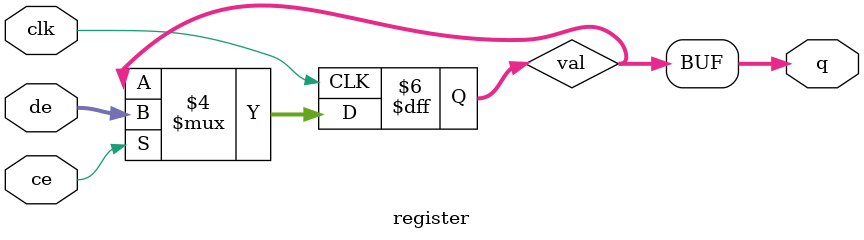
<source format=v>
`timescale 1ns / 1ps

module decoder(
    input [2:0]d_op,
    output [7:0]r_out
    );

    assign r_out[0] = (d_op == 3'd0) ? 1 : 0;
    assign r_out[1] = (d_op == 3'd1) ? 1 : 0;
    assign r_out[2] = (d_op == 3'd2) ? 1 : 0;
    assign r_out[3] = (d_op == 3'd3) ? 1 : 0;
    assign r_out[4] = (d_op == 3'd4) ? 1 : 0;
    assign r_out[5] = (d_op == 3'd5) ? 1 : 0;
    assign r_out[6] = (d_op == 3'd6) ? 1 : 0;
    assign r_out[7] = (d_op == 3'd7) ? 1 : 0;

endmodule


module rd_mux(
    input rd_op,
    input [7:0]in_alu_res,
    input [7:0]in_data_mem,
    output [7:0]odata
    );
    assign odata = (rd_op == 0) ? in_alu_res : in_data_mem;  

endmodule


module pc_mux(
    input op,
    input [7:0]pc_addr,
    input [7:0]alu_res,
    output [7:0]odata
    );
    assign odata = (op == 0) ? alu_res : pc_addr;
    
endmodule


module accumulator(
    input [7:0]idata,
    output [7:0]odata
);
    
    assign odata = idata + 1;
    
endmodule 


module jump_condition(
    input [1:0]pc_op,
    input [7:0]cmp_res,
    output odata
);
    assign odata = (pc_op == 2'b00) ? 1 : 
                   (pc_op == 2'b01) ? (cmp_res == 8'b0 ? 0 : 1) : 
                   (pc_op == 2'b10) ? (cmp_res == 8'b0 ? 1 : 0) : 0;
endmodule


module r_mux(
    input [2:0]r_op,
    input [7:0]r0,
    input [7:0]r1,
    input [7:0]r2,
    input [7:0]r3,
    input [7:0]r4,
    input [7:0]r5,
    input [7:0]r6,
    input [7:0]r7,
    output [7:0]odata
    );
    assign odata = (r_op == 3'h0) ? r0 : 
                   (r_op == 3'h1) ? r1 : 
                   (r_op == 3'h2) ? r2 : 
                   (r_op == 3'h3) ? r3 :
                   (r_op == 3'h4) ? r4 :
                   (r_op == 3'h5) ? r5 :
                   (r_op == 3'h6) ? r6 : 
                   (r_op == 3'h7) ? r7 : 8'h0;

endmodule


module imm_mux(
    input imm_op,
    input [7:0]ry_mux,
    input [7:0]imm,
    output [7:0]odata
    );
    assign odata = (imm_op == 0) ? ry_mux : imm;

endmodule


module alu_mux(
    input [1:0]alu_op,
    input [7:0]alu_and,
    input [7:0]alu_plus,
    input [7:0]alu_is_0,
    input [7:0]alu_imm,
    output [7:0]odata
    );      
    assign odata = (alu_op == 2'h0) ? alu_and : 
                    (alu_op == 2'h1) ? alu_plus :
                    (alu_op == 2'h2) ? alu_is_0 : alu_imm;
    
endmodule


module ALU(
    input [7:0]rx,
    input [7:0]ry,
    output [7:0]out_and,
    output [7:0]out_plus,
    output [7:0]out_is_0,
    output [7:0]out_imm
);

    assign out_and = rx & ry;
    assign out_plus = rx + ry;
    assign out_is_0 = (rx == 8'b0) ? 8'h0 : 8'hff;
    assign out_imm = ry;

endmodule


module register(
    input clk,
    input ce, 
    input [7:0]de,
    output [7:0]q
);
    reg [7:0]val = 0;
    
    always @(posedge clk) begin
        if(ce) val <= de;
        else val <= val;
    end

    assign q = val;

endmodule
</source>
